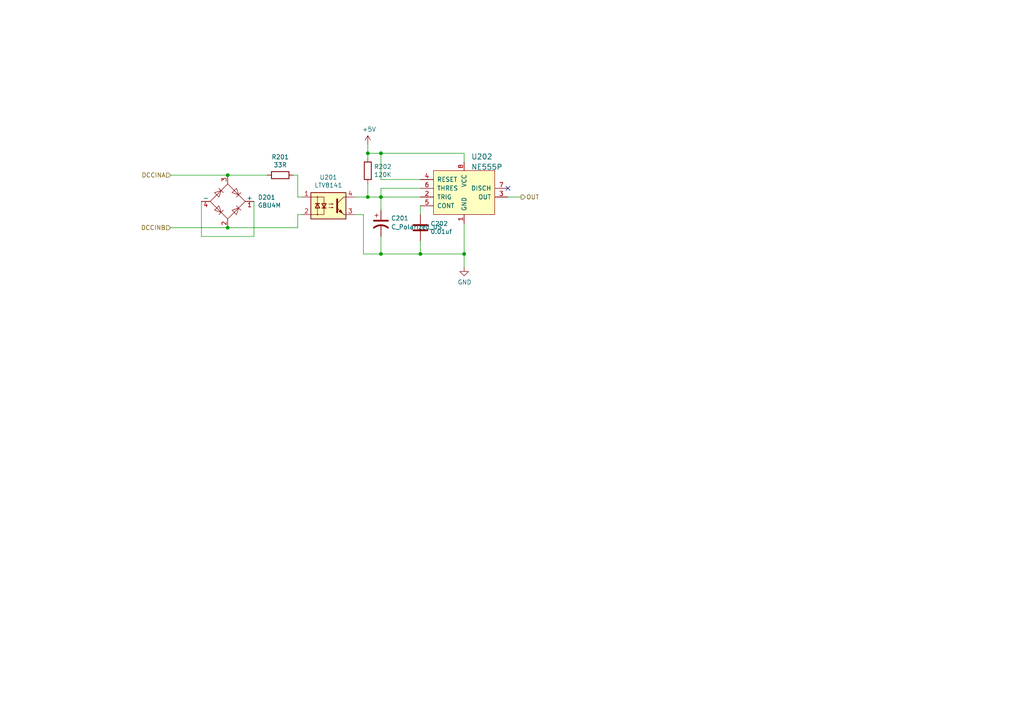
<source format=kicad_sch>
(kicad_sch (version 20211123) (generator eeschema)
  (paper "A4")
  (lib_symbols
    (symbol "Device:C" (pin_numbers hide) (pin_names (offset 0.254))
      (property "Reference" "C" (at 0.635 2.54 0))
      (property "Value" "C" (at 0.635 -2.54 0))
      (symbol "C_0_1"
        (polyline (pts (xy -2.032 -0.762) (xy 2.032 -0.762)) (stroke (width 0.508)))
        (polyline (pts (xy -2.032 0.762) (xy 2.032 0.762)) (stroke (width 0.508)))
      )
      (symbol "C_1_1"
        (pin passive line (at 0 3.81 270) (length 2.794) (name "~") (number "1"))
        (pin passive line (at 0 -3.81 90) (length 2.794) (name "~") (number "2"))
      )
    )
    (symbol "Device:C_Polarized_US" (pin_numbers hide) (pin_names (offset 0.254) hide)
      (property "Reference" "C" (at 0.635 2.54 0))
      (property "Value" "C_Polarized_US" (at 0.635 -2.54 0))
      (symbol "C_Polarized_US_0_1"
        (polyline (pts (xy -2.032 0.762) (xy 2.032 0.762)) (stroke (width 0.508)))
        (polyline (pts (xy -1.778 2.286) (xy -0.762 2.286)))
        (polyline (pts (xy -1.27 1.778) (xy -1.27 2.794)))
        (arc (start 2.032 -1.27) (mid 0 -0.5572) (end -2.032 -1.27) (stroke (width 0.508)))
      )
      (symbol "C_Polarized_US_1_1"
        (pin passive line (at 0 3.81 270) (length 2.794) (name "~") (number "1"))
        (pin passive line (at 0 -3.81 90) (length 3.302) (name "~") (number "2"))
      )
    )
    (symbol "Device:R" (pin_numbers hide) (pin_names (offset 0))
      (property "Reference" "R" (at 2.032 0 90))
      (property "Value" "R" (at 0 0 90))
      (symbol "R_0_1"
        (rectangle (start -1.016 -2.54) (end 1.016 2.54) (stroke (width 0.254)))
      )
      (symbol "R_1_1"
        (pin passive line (at 0 3.81 270) (length 1.27) (name "~") (number "1"))
        (pin passive line (at 0 -3.81 90) (length 1.27) (name "~") (number "2"))
      )
    )
    (symbol "Diode_Bridge:GBU4M" (pin_names (offset 0))
      (property "Reference" "D" (at 2.54 6.985 0))
      (property "Value" "GBU4M" (at 2.54 5.08 0))
      (symbol "GBU4M_0_1"
        (polyline (pts (xy -2.54 3.81) (xy -1.27 2.54)))
        (polyline (pts (xy -1.27 -2.54) (xy -2.54 -3.81)))
        (polyline (pts (xy 2.54 -1.27) (xy 3.81 -2.54)))
        (polyline (pts (xy 2.54 1.27) (xy 3.81 2.54)))
        (polyline (pts (xy -3.81 2.54) (xy -2.54 1.27) (xy -1.905 3.175) (xy -3.81 2.54)))
        (polyline (pts (xy -2.54 -1.27) (xy -3.81 -2.54) (xy -1.905 -3.175) (xy -2.54 -1.27)))
        (polyline (pts (xy 1.27 2.54) (xy 2.54 3.81) (xy 3.175 1.905) (xy 1.27 2.54)))
        (polyline (pts (xy 3.175 -1.905) (xy 1.27 -2.54) (xy 2.54 -3.81) (xy 3.175 -1.905)))
        (polyline (pts (xy -5.08 0) (xy 0 -5.08) (xy 5.08 0) (xy 0 5.08) (xy -5.08 0)))
      )
      (symbol "GBU4M_1_1"
        (pin passive line (at 7.62 0 180) (length 2.54) (name "+") (number "1"))
        (pin passive line (at 0 -7.62 90) (length 2.54) (name "~") (number "2"))
        (pin passive line (at 0 7.62 270) (length 2.54) (name "~") (number "3"))
        (pin passive line (at -7.62 0 0) (length 2.54) (name "-") (number "4"))
      )
    )
    (symbol "Isolator:LTV-814" (pin_names (offset 1.016))
      (property "Reference" "U" (at -5.08 5.08 0))
      (property "Value" "LTV-814" (at 0 5.08 0))
      (symbol "LTV-814_0_1"
        (rectangle (start -5.08 3.81) (end 5.08 -3.81) (stroke (width 0.254)) (fill (type background)))
        (circle (center -3.175 -2.54) (radius 0.127))
        (circle (center -3.175 2.54) (radius 0.127))
        (polyline (pts (xy -3.175 2.54) (xy -3.175 -2.54)))
        (polyline (pts (xy -1.905 -0.635) (xy -0.635 -0.635)) (stroke (width 0.254)))
        (polyline (pts (xy 2.54 0.635) (xy 4.445 2.54)))
        (polyline (pts (xy 4.445 -2.54) (xy 2.54 -0.635)) (fill (type outline)))
        (polyline (pts (xy 4.445 -2.54) (xy 5.08 -2.54)))
        (polyline (pts (xy 4.445 2.54) (xy 5.08 2.54)))
        (polyline (pts (xy -5.08 2.54) (xy -1.27 2.54) (xy -1.27 -0.762)))
        (polyline (pts (xy -1.27 -0.635) (xy -1.27 -2.54) (xy -5.08 -2.54)))
        (polyline (pts (xy 2.54 1.905) (xy 2.54 -1.905) (xy 2.54 -1.905)) (stroke (width 0.508)))
        (polyline (pts (xy -1.27 -0.635) (xy -1.905 0.635) (xy -0.635 0.635) (xy -1.27 -0.635)) (stroke (width 0.254)))
        (polyline (pts (xy 0.127 -0.508) (xy 1.397 -0.508) (xy 1.016 -0.635) (xy 1.016 -0.381) (xy 1.397 -0.508)))
        (polyline (pts (xy 0.127 0.508) (xy 1.397 0.508) (xy 1.016 0.381) (xy 1.016 0.635) (xy 1.397 0.508)))
        (polyline (pts (xy 3.048 -1.651) (xy 3.556 -1.143) (xy 4.064 -2.159) (xy 3.048 -1.651) (xy 3.048 -1.651)) (fill (type outline)))
      )
      (symbol "LTV-814_1_1"
        (polyline (pts (xy -3.81 0.635) (xy -2.54 0.635)) (stroke (width 0.254)))
        (polyline (pts (xy -3.175 0.635) (xy -3.81 -0.635) (xy -2.54 -0.635) (xy -3.175 0.635)) (stroke (width 0.254)))
        (pin passive line (at -7.62 2.54 0) (length 2.54) (name "~") (number "1"))
        (pin passive line (at -7.62 -2.54 0) (length 2.54) (name "~") (number "2"))
        (pin passive line (at 7.62 -2.54 180) (length 2.54) (name "~") (number "3"))
        (pin passive line (at 7.62 2.54 180) (length 2.54) (name "~") (number "4"))
      )
    )
    (symbol "dk_Clock-Timing-Programmable-Timers-and-Oscillators:NE555P" (pin_names (offset 1.016))
      (property "Reference" "U" (at -8.89 6.35 0))
      (property "Value" "NE555P" (at 1.27 -8.89 0))
      (symbol "NE555P_0_1"
        (rectangle (start -8.89 5.08) (end 8.89 -7.62) (fill (type background)))
      )
      (symbol "NE555P_1_1"
        (pin power_in line (at 0 -10.16 90) (length 2.54) (name "GND") (number "1"))
        (pin input line (at -12.7 -2.54 0) (length 3.81) (name "TRIG") (number "2"))
        (pin output line (at 12.7 -2.54 180) (length 3.81) (name "OUT") (number "3"))
        (pin input line (at -12.7 2.54 0) (length 3.81) (name "RESET") (number "4"))
        (pin bidirectional line (at -12.7 -5.08 0) (length 3.81) (name "CONT") (number "5"))
        (pin input line (at -12.7 0 0) (length 3.81) (name "THRES") (number "6"))
        (pin output line (at 12.7 0 180) (length 3.81) (name "DISCH") (number "7"))
        (pin power_in line (at 0 7.62 270) (length 2.54) (name "VCC") (number "8"))
      )
    )
    (symbol "power:+5V" (power) (pin_names (offset 0))
      (property "Value" "+5V" (at 0 3.556 0))
      (symbol "+5V_0_1"
        (polyline (pts (xy -0.762 1.27) (xy 0 2.54)))
        (polyline (pts (xy 0 0) (xy 0 2.54)))
        (polyline (pts (xy 0 2.54) (xy 0.762 1.27)))
      )
      (symbol "+5V_1_1"
        (pin power_in line (at 0 0 90) (length 0) hide (name "+5V") (number "1"))
      )
    )
    (symbol "power:GND" (power) (pin_names (offset 0))
      (property "Value" "GND" (at 0 -3.81 0))
      (symbol "GND_0_1"
        (polyline (pts (xy 0 0) (xy 0 -1.27) (xy 1.27 -1.27) (xy 0 -2.54) (xy -1.27 -1.27) (xy 0 -1.27)))
      )
      (symbol "GND_1_1"
        (pin power_in line (at 0 0 270) (length 0) hide (name "GND") (number "1"))
      )
    )
  )
  (junction (at 134.62 73.66))
  (junction (at 66.04 50.8))
  (junction (at 121.92 73.66))
  (junction (at 66.04 66.04))
  (junction (at 110.49 44.45))
  (junction (at 110.49 57.15))
  (junction (at 110.49 73.66))
  (junction (at 106.68 57.15))
  (junction (at 106.68 44.45))
  (no_connect (at 147.32 54.61))
  (wire (pts (xy 110.49 54.61) (xy 121.92 54.61)))
  (wire (pts (xy 134.62 44.45) (xy 134.62 46.99)))
  (wire (pts (xy 86.36 50.8) (xy 86.36 57.15)))
  (wire (pts (xy 105.41 62.23) (xy 105.41 73.66)))
  (wire (pts (xy 110.49 54.61) (xy 110.49 57.15)))
  (wire (pts (xy 110.49 52.07) (xy 121.92 52.07)))
  (wire (pts (xy 106.68 45.72) (xy 106.68 44.45)))
  (wire (pts (xy 110.49 44.45) (xy 134.62 44.45)))
  (wire (pts (xy 49.53 50.8) (xy 66.04 50.8)))
  (wire (pts (xy 86.36 62.23) (xy 87.63 62.23)))
  (wire (pts (xy 73.66 68.58) (xy 73.66 58.42)))
  (wire (pts (xy 106.68 57.15) (xy 106.68 53.34)))
  (wire (pts (xy 147.32 57.15) (xy 151.13 57.15)))
  (wire (pts (xy 134.62 73.66) (xy 134.62 77.47)))
  (wire (pts (xy 86.36 66.04) (xy 66.04 66.04)))
  (wire (pts (xy 110.49 44.45) (xy 106.68 44.45)))
  (wire (pts (xy 58.42 58.42) (xy 58.42 68.58)))
  (wire (pts (xy 121.92 59.69) (xy 121.92 62.23)))
  (wire (pts (xy 49.53 66.04) (xy 66.04 66.04)))
  (wire (pts (xy 85.09 50.8) (xy 86.36 50.8)))
  (wire (pts (xy 102.87 57.15) (xy 106.68 57.15)))
  (wire (pts (xy 110.49 68.58) (xy 110.49 73.66)))
  (wire (pts (xy 102.87 62.23) (xy 105.41 62.23)))
  (wire (pts (xy 58.42 68.58) (xy 73.66 68.58)))
  (wire (pts (xy 110.49 57.15) (xy 121.92 57.15)))
  (wire (pts (xy 86.36 57.15) (xy 87.63 57.15)))
  (wire (pts (xy 121.92 73.66) (xy 134.62 73.66)))
  (wire (pts (xy 110.49 52.07) (xy 110.49 44.45)))
  (wire (pts (xy 105.41 73.66) (xy 110.49 73.66)))
  (wire (pts (xy 66.04 50.8) (xy 77.47 50.8)))
  (wire (pts (xy 121.92 69.85) (xy 121.92 73.66)))
  (wire (pts (xy 106.68 57.15) (xy 110.49 57.15)))
  (wire (pts (xy 110.49 57.15) (xy 110.49 60.96)))
  (wire (pts (xy 110.49 73.66) (xy 121.92 73.66)))
  (wire (pts (xy 106.68 44.45) (xy 106.68 41.91)))
  (wire (pts (xy 86.36 62.23) (xy 86.36 66.04)))
  (wire (pts (xy 134.62 64.77) (xy 134.62 73.66)))
  (hierarchical_label "DCCINA" (shape input) (at 49.53 50.8 180))
  (hierarchical_label "OUT" (shape output) (at 151.13 57.15 0))
  (hierarchical_label "DCCINB" (shape input) (at 49.53 66.04 180))
  (symbol (lib_id "Diode_Bridge:GBU4M") (at 66.04 58.42 0)
    (property "Reference" "D201" (at 74.7776 57.2516 0) (effects (justify left)))
    (property "Value" "GBU4M" (at 74.7776 59.563 0) (effects (justify left)))
    (property "Footprint" "Diode_THT:Diode_Bridge_Vishay_GBU" (effects hide))
    (property "Datasheet" "http://www.vishay.com/docs/88656/gbu4a.pdf" (effects hide))
  )
  (symbol (lib_id "Device:R") (at 81.28 50.8 270)
    (property "Reference" "R201" (at 81.28 45.5422 90))
    (property "Value" "33R" (at 81.28 47.8536 90))
    (property "Footprint" "Resistor_THT:R_Axial_DIN0207_L6.3mm_D2.5mm_P5.08mm_Vertical" (effects hide))
  )
  (symbol (lib_id "Device:R") (at 106.68 49.53 0)
    (property "Reference" "R202" (at 108.458 48.3616 0) (effects (justify left)))
    (property "Value" "120K" (at 108.458 50.673 0) (effects (justify left)))
    (property "Footprint" "Resistor_THT:R_Axial_DIN0207_L6.3mm_D2.5mm_P5.08mm_Vertical" (effects hide))
  )
  (symbol (lib_id "Device:C") (at 121.92 66.04 0)
    (property "Reference" "C202" (at 124.841 64.8716 0) (effects (justify left)))
    (property "Value" "0.01uf" (at 124.841 67.183 0) (effects (justify left)))
    (property "Footprint" "Capacitor_THT:C_Disc_D5.0mm_W2.5mm_P5.00mm" (effects hide))
  )
  (symbol (lib_id "Isolator:LTV-814") (at 95.25 59.69 0)
    (property "Reference" "U201" (at 95.25 51.435 0))
    (property "Value" "LTV8141" (at 95.25 53.7464 0))
    (property "Footprint" "Package_DIP:DIP-4_W7.62mm" (effects hide))
  )
  (symbol (lib_id "power:+5V") (at 106.68 41.91 0)
    (property "Reference" "#PWR0701" (effects hide))
    (property "Value" "+5V" (at 107.061 37.5158 0))
  )
  (symbol (lib_id "power:GND") (at 134.62 77.47 0)
    (property "Reference" "#PWR0702" (effects hide))
    (property "Value" "GND" (at 134.747 81.8642 0))
  )
  (symbol (lib_id "dk_Clock-Timing-Programmable-Timers-and-Oscillators:NE555P") (at 134.62 54.61 0)
    (property "Reference" "U202" (at 136.6394 45.4459 0) (effects (font (size 1.524 1.524)) (justify left)))
    (property "Value" "NE555P" (at 136.6394 48.4393 0) (effects (font (size 1.524 1.524)) (justify left)))
    (property "Footprint" "digikey-footprints:DIP-8_W7.62mm" (effects hide))
    (property "Datasheet" "http://www.ti.com/general/docs/suppproductinfo.tsp?distId=10&gotoUrl=http%3A%2F%2Fwww.ti.com%2Flit%2Fgpn%2Fne555" (effects hide))
    (property "Digi-Key_PN" "296-1411-5-ND" (effects hide))
    (property "MPN" "NE555P" (effects hide))
    (property "Category" "Integrated Circuits (ICs)" (effects hide))
    (property "Family" "Clock/Timing - Programmable Timers and Oscillators" (effects hide))
    (property "DK_Datasheet_Link" "http://www.ti.com/general/docs/suppproductinfo.tsp?distId=10&gotoUrl=http%3A%2F%2Fwww.ti.com%2Flit%2Fgpn%2Fne555" (effects hide))
    (property "DK_Detail_Page" "/product-detail/en/texas-instruments/NE555P/296-1411-5-ND/277057" (effects hide))
    (property "Description" "IC OSC SINGLE TIMER 100KHZ 8-DIP" (effects hide))
    (property "Manufacturer" "Texas Instruments" (effects hide))
    (property "Status" "Active" (effects hide))
  )
  (symbol (lib_id "Device:C_Polarized_US") (at 110.49 64.77 0)
    (property "Reference" "C201" (at 113.411 63.3003 0) (effects (justify left)))
    (property "Value" "C_Polarized_US" (at 113.411 65.8372 0) (effects (justify left)))
    (property "Footprint" "Capacitor_THT:CP_Radial_D5.0mm_P2.50mm" (effects hide))
  )
)
</source>
